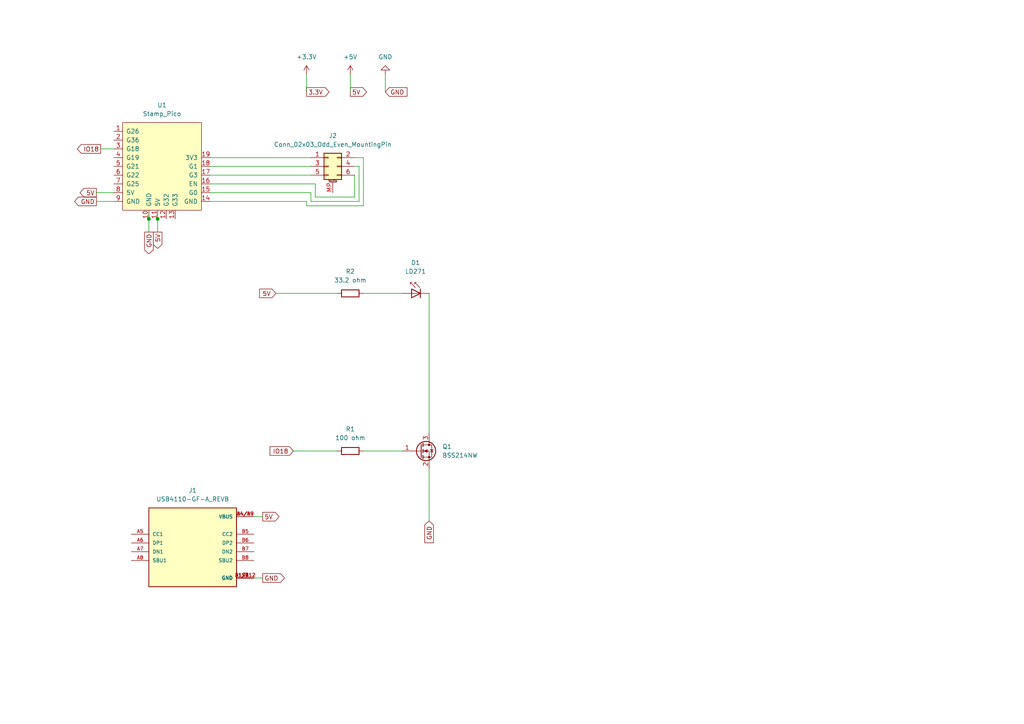
<source format=kicad_sch>
(kicad_sch (version 20211123) (generator eeschema)
  (paper "A4")
  (title_block (title "Airco") (date "12-10-2022") (rev "v1.0") (company "LumiGuide"))
  (lib_symbols
    (symbol "Connector_Generic_MountingPin:Conn_02x03_Odd_Even_MountingPin" (pin_names (offset 1.016) hide)
      (property "Reference" "J" (at 1.27 5.08 0))
      (property "Value" "Conn_02x03_Odd_Even_MountingPin" (at 2.54 -5.08 0))
      (symbol "Conn_02x03_Odd_Even_MountingPin_1_1"
        (rectangle (start -1.27 -2.413) (end 0 -2.667) (stroke (width 0.1524)))
        (rectangle (start -1.27 0.127) (end 0 -0.127) (stroke (width 0.1524)))
        (rectangle (start -1.27 2.667) (end 0 2.413) (stroke (width 0.1524)))
        (rectangle (start -1.27 3.81) (end 3.81 -3.81) (stroke (width 0.254)) (fill (type background)))
        (polyline (pts (xy 0.254 -4.572) (xy 2.286 -4.572)) (stroke (width 0.1524)))
        (rectangle (start 3.81 -2.413) (end 2.54 -2.667) (stroke (width 0.1524)))
        (rectangle (start 3.81 0.127) (end 2.54 -0.127) (stroke (width 0.1524)))
        (rectangle (start 3.81 2.667) (end 2.54 2.413) (stroke (width 0.1524)))
        (text "Mounting" (at 1.27 -4.191 0) (effects (font (size 0.381 0.381))))
        (pin passive line (at -5.08 2.54 0) (length 3.81) (name "Pin_1") (number "1"))
        (pin passive line (at 7.62 2.54 180) (length 3.81) (name "Pin_2") (number "2"))
        (pin passive line (at -5.08 0 0) (length 3.81) (name "Pin_3") (number "3"))
        (pin passive line (at 7.62 0 180) (length 3.81) (name "Pin_4") (number "4"))
        (pin passive line (at -5.08 -2.54 0) (length 3.81) (name "Pin_5") (number "5"))
        (pin passive line (at 7.62 -2.54 180) (length 3.81) (name "Pin_6") (number "6"))
        (pin passive line (at 1.27 -7.62 90) (length 3.048) (name "MountPin") (number "MP"))
      )
    )
    (symbol "Device:R" (pin_numbers hide) (pin_names (offset 0))
      (property "Reference" "R" (at 2.032 0 90))
      (property "Value" "R" (at 0 0 90))
      (symbol "R_0_1"
        (rectangle (start -1.016 -2.54) (end 1.016 2.54) (stroke (width 0.254)))
      )
      (symbol "R_1_1"
        (pin passive line (at 0 3.81 270) (length 1.27) (name "~") (number "1"))
        (pin passive line (at 0 -3.81 90) (length 1.27) (name "~") (number "2"))
      )
    )
    (symbol "LED:LD271" (pin_numbers hide) (pin_names (offset 1.016) hide)
      (property "Reference" "D" (at 0.508 1.778 0))
      (property "Value" "LD271" (at -1.016 -2.794 0))
      (symbol "LD271_0_1"
        (polyline (pts (xy -2.54 1.27) (xy -2.54 -1.27)) (stroke (width 0.254)))
        (polyline (pts (xy 0 0) (xy -2.54 0)))
        (polyline (pts (xy 0.381 3.175) (xy -0.127 3.175)))
        (polyline (pts (xy -1.143 1.651) (xy 0.381 3.175) (xy 0.381 2.667)))
        (polyline (pts (xy 0 -1.27) (xy -2.54 0) (xy 0 1.27) (xy 0 -1.27)) (stroke (width 0.254)))
        (polyline (pts (xy -2.413 1.651) (xy -0.889 3.175) (xy -0.889 2.667) (xy -0.889 3.175) (xy -1.397 3.175)))
      )
      (symbol "LD271_1_1"
        (pin passive line (at -5.08 0 0) (length 2.54) (name "K") (number "1"))
        (pin passive line (at 2.54 0 180) (length 2.54) (name "A") (number "2"))
      )
    )
    (symbol "StampPico_template:Stamp_Pico" (pin_names (offset 1.016))
      (property "Reference" "U" (at -10.16 16.51 0))
      (property "Value" "Stamp_Pico" (at -5.08 13.97 0))
      (symbol "Stamp_Pico_0_1"
        (rectangle (start -11.43 12.7) (end 11.43 -12.7) (fill (type background)))
      )
      (symbol "Stamp_Pico_1_1"
        (pin bidirectional line (at -13.97 10.16 0) (length 2.54) (name "G26") (number "1"))
        (pin power_in line (at -3.81 -15.24 90) (length 2.54) (name "GND") (number "10"))
        (pin power_in line (at -1.27 -15.24 90) (length 2.54) (name "5V") (number "11"))
        (pin bidirectional line (at 1.27 -15.24 90) (length 2.54) (name "G32") (number "12"))
        (pin bidirectional line (at 3.81 -15.24 90) (length 2.54) (name "G33") (number "13"))
        (pin power_in line (at 13.97 -10.16 180) (length 2.54) (name "GND") (number "14"))
        (pin bidirectional line (at 13.97 -7.62 180) (length 2.54) (name "G0") (number "15"))
        (pin bidirectional line (at 13.97 -5.08 180) (length 2.54) (name "EN") (number "16"))
        (pin bidirectional line (at 13.97 -2.54 180) (length 2.54) (name "G3") (number "17"))
        (pin bidirectional line (at 13.97 0 180) (length 2.54) (name "G1") (number "18"))
        (pin power_in line (at 13.97 2.54 180) (length 2.54) (name "3V3") (number "19"))
        (pin bidirectional line (at -13.97 7.62 0) (length 2.54) (name "G36") (number "2"))
        (pin bidirectional line (at -13.97 5.08 0) (length 2.54) (name "G18") (number "3"))
        (pin bidirectional line (at -13.97 2.54 0) (length 2.54) (name "G19") (number "4"))
        (pin bidirectional line (at -13.97 0 0) (length 2.54) (name "G21") (number "5"))
        (pin bidirectional line (at -13.97 -2.54 0) (length 2.54) (name "G22") (number "6"))
        (pin bidirectional line (at -13.97 -5.08 0) (length 2.54) (name "G25") (number "7"))
        (pin power_in line (at -13.97 -7.62 0) (length 2.54) (name "5V") (number "8"))
        (pin power_in line (at -13.97 -10.16 0) (length 2.54) (name "GND") (number "9"))
      )
    )
    (symbol "Transistor_FET:BSS214NW" (pin_names hide)
      (property "Reference" "Q" (at 5.08 1.905 0))
      (property "Value" "BSS214NW" (at 5.08 0 0))
      (symbol "BSS214NW_0_1"
        (polyline (pts (xy 0.254 0) (xy -2.54 0)))
        (polyline (pts (xy 0.254 1.905) (xy 0.254 -1.905)) (stroke (width 0.254)))
        (polyline (pts (xy 0.762 -1.27) (xy 0.762 -2.286)) (stroke (width 0.254)))
        (polyline (pts (xy 0.762 0.508) (xy 0.762 -0.508)) (stroke (width 0.254)))
        (polyline (pts (xy 0.762 2.286) (xy 0.762 1.27)) (stroke (width 0.254)))
        (polyline (pts (xy 2.54 2.54) (xy 2.54 1.778)))
        (polyline (pts (xy 2.54 -2.54) (xy 2.54 0) (xy 0.762 0)))
        (polyline (pts (xy 0.762 -1.778) (xy 3.302 -1.778) (xy 3.302 1.778) (xy 0.762 1.778)))
        (polyline (pts (xy 1.016 0) (xy 2.032 0.381) (xy 2.032 -0.381) (xy 1.016 0)) (fill (type outline)))
        (polyline (pts (xy 2.794 0.508) (xy 2.921 0.381) (xy 3.683 0.381) (xy 3.81 0.254)))
        (polyline (pts (xy 3.302 0.381) (xy 2.921 -0.254) (xy 3.683 -0.254) (xy 3.302 0.381)))
        (circle (center 1.651 0) (radius 2.794) (stroke (width 0.254)))
        (circle (center 2.54 -1.778) (radius 0.254) (fill (type outline)))
        (circle (center 2.54 1.778) (radius 0.254) (fill (type outline)))
      )
      (symbol "BSS214NW_1_1"
        (pin input line (at -5.08 0 0) (length 2.54) (name "G") (number "1"))
        (pin passive line (at 2.54 -5.08 90) (length 2.54) (name "S") (number "2"))
        (pin passive line (at 2.54 5.08 270) (length 2.54) (name "D") (number "3"))
      )
    )
    (symbol "USB4110-GF-A_REVB:USB4110-GF-A_REVB" (pin_names (offset 1.016))
      (property "Reference" "J" (at -12.7 11.43 0))
      (property "Value" "USB4110-GF-A_REVB" (at -12.7 -15.24 0))
      (symbol "USB4110-GF-A_REVB_0_0"
        (rectangle (start -12.7 -12.7) (end 12.7 10.16) (stroke (width 0.254)) (fill (type background)))
        (pin power_in line (at 17.78 -10.16 180) (length 5.08) (name "GND") (number "A1/B12"))
        (pin power_in line (at 17.78 7.62 180) (length 5.08) (name "VBUS") (number "A4/B9"))
        (pin bidirectional line (at -17.78 2.54 0) (length 5.08) (name "CC1") (number "A5"))
        (pin bidirectional line (at -17.78 0 0) (length 5.08) (name "DP1") (number "A6"))
        (pin bidirectional line (at -17.78 -2.54 0) (length 5.08) (name "DN1") (number "A7"))
        (pin bidirectional line (at -17.78 -5.08 0) (length 5.08) (name "SBU1") (number "A8"))
        (pin power_in line (at 17.78 -10.16 180) (length 5.08) (name "GND") (number "B1/A12"))
        (pin power_in line (at 17.78 7.62 180) (length 5.08) (name "VBUS") (number "B4/A9"))
        (pin bidirectional line (at 17.78 2.54 180) (length 5.08) (name "CC2") (number "B5"))
        (pin bidirectional line (at 17.78 0 180) (length 5.08) (name "DP2") (number "B6"))
        (pin bidirectional line (at 17.78 -2.54 180) (length 5.08) (name "DN2") (number "B7"))
        (pin bidirectional line (at 17.78 -5.08 180) (length 5.08) (name "SBU2") (number "B8"))
        (pin power_in line (at 17.78 -10.16 180) (length 5.08) (name "GND") (number "S1"))
        (pin power_in line (at 17.78 -10.16 180) (length 5.08) (name "GND") (number "S2"))
        (pin power_in line (at 17.78 -10.16 180) (length 5.08) (name "GND") (number "S3"))
        (pin power_in line (at 17.78 -10.16 180) (length 5.08) (name "GND") (number "S4"))
      )
    )
    (symbol "power:+3.3V" (power) (pin_names (offset 0))
      (property "Value" "+3.3V" (at 0 3.556 0))
      (symbol "+3.3V_0_1"
        (polyline (pts (xy -0.762 1.27) (xy 0 2.54)))
        (polyline (pts (xy 0 0) (xy 0 2.54)))
        (polyline (pts (xy 0 2.54) (xy 0.762 1.27)))
      )
      (symbol "+3.3V_1_1"
        (pin power_in line (at 0 0 90) (length 0) hide (name "+3.3V") (number "1"))
      )
    )
    (symbol "power:+5V" (power) (pin_names (offset 0))
      (property "Value" "+5V" (at 0 3.556 0))
      (symbol "+5V_0_1"
        (polyline (pts (xy -0.762 1.27) (xy 0 2.54)))
        (polyline (pts (xy 0 0) (xy 0 2.54)))
        (polyline (pts (xy 0 2.54) (xy 0.762 1.27)))
      )
      (symbol "+5V_1_1"
        (pin power_in line (at 0 0 90) (length 0) hide (name "+5V") (number "1"))
      )
    )
    (symbol "power:GND" (power) (pin_names (offset 0))
      (property "Value" "GND" (at 0 -3.81 0))
      (symbol "GND_0_1"
        (polyline (pts (xy 0 0) (xy 0 -1.27) (xy 1.27 -1.27) (xy 0 -2.54) (xy -1.27 -1.27) (xy 0 -1.27)))
      )
      (symbol "GND_1_1"
        (pin power_in line (at 0 0 270) (length 0) hide (name "GND") (number "1"))
      )
    )
  )
  (junction (at 43.18 63.5))
  (junction (at 45.72 63.5))
  (wire (pts (xy 124.46 135.89) (xy 124.46 151.13)))
  (wire (pts (xy 60.96 58.42) (xy 88.9 58.42)))
  (wire (pts (xy 88.9 59.69) (xy 105.41 59.69)))
  (wire (pts (xy 60.96 45.72) (xy 90.17 45.72)))
  (wire (pts (xy 104.14 58.42) (xy 104.14 48.26)))
  (wire (pts (xy 88.9 58.42) (xy 88.9 59.69)))
  (wire (pts (xy 60.96 55.88) (xy 90.17 55.88)))
  (wire (pts (xy 27.94 55.88) (xy 33.02 55.88)))
  (wire (pts (xy 80.01 85.09) (xy 97.79 85.09)))
  (wire (pts (xy 111.76 26.67) (xy 111.76 21.59)))
  (wire (pts (xy 91.44 53.34) (xy 91.44 57.15)))
  (wire (pts (xy 90.17 55.88) (xy 90.17 58.42)))
  (wire (pts (xy 105.41 85.09) (xy 116.84 85.09)))
  (wire (pts (xy 60.96 48.26) (xy 90.17 48.26)))
  (wire (pts (xy 45.72 62.23) (xy 45.72 63.5)))
  (wire (pts (xy 105.41 59.69) (xy 105.41 45.72)))
  (wire (pts (xy 29.21 43.18) (xy 33.02 43.18)))
  (wire (pts (xy 88.9 21.59) (xy 88.9 26.67)))
  (wire (pts (xy 91.44 57.15) (xy 102.87 57.15)))
  (wire (pts (xy 45.72 63.5) (xy 45.72 67.31)))
  (wire (pts (xy 85.09 130.81) (xy 97.79 130.81)))
  (wire (pts (xy 27.94 58.42) (xy 33.02 58.42)))
  (wire (pts (xy 105.41 130.81) (xy 116.84 130.81)))
  (wire (pts (xy 124.46 85.09) (xy 124.46 125.73)))
  (wire (pts (xy 73.66 149.86) (xy 76.2 149.86)))
  (wire (pts (xy 60.96 53.34) (xy 91.44 53.34)))
  (wire (pts (xy 60.96 50.8) (xy 90.17 50.8)))
  (wire (pts (xy 102.87 45.72) (xy 105.41 45.72)))
  (wire (pts (xy 101.6 21.59) (xy 101.6 26.67)))
  (wire (pts (xy 43.18 63.5) (xy 43.18 67.31)))
  (wire (pts (xy 73.66 167.64) (xy 76.2 167.64)))
  (wire (pts (xy 43.18 62.23) (xy 43.18 63.5)))
  (wire (pts (xy 102.87 50.8) (xy 102.87 57.15)))
  (wire (pts (xy 90.17 58.42) (xy 104.14 58.42)))
  (wire (pts (xy 102.87 48.26) (xy 104.14 48.26)))
  (global_label "5V" (shape output) (at 45.72 67.31 270) (property "Intersheet References" "${INTERSHEET_REFS}" (effects hide)))
  (global_label "5V" (shape output) (at 101.6 26.67 0) (property "Intersheet References" "${INTERSHEET_REFS}" (effects hide)))
  (global_label "GND" (shape input) (at 111.76 26.67 0) (property "Intersheet References" "${INTERSHEET_REFS}" (effects hide)))
  (global_label "5V" (shape output) (at 27.94 55.88 180) (property "Intersheet References" "${INTERSHEET_REFS}" (effects hide)))
  (global_label "3.3V" (shape output) (at 88.9 26.67 0) (property "Intersheet References" "${INTERSHEET_REFS}" (effects hide)))
  (global_label "GND" (shape input) (at 124.46 151.13 270) (property "Intersheet References" "${INTERSHEET_REFS}" (effects hide)))
  (global_label "GND" (shape output) (at 27.94 58.42 180) (property "Intersheet References" "${INTERSHEET_REFS}" (effects hide)))
  (global_label "GND" (shape output) (at 76.2 167.64 0) (property "Intersheet References" "${INTERSHEET_REFS}" (effects hide)))
  (global_label "5V" (shape input) (at 80.01 85.09 180) (property "Intersheet References" "${INTERSHEET_REFS}" (effects hide)))
  (global_label "IO18" (shape input) (at 85.09 130.81 180) (property "Intersheet References" "${INTERSHEET_REFS}" (effects hide)))
  (global_label "GND" (shape output) (at 43.18 67.31 270) (property "Intersheet References" "${INTERSHEET_REFS}" (effects hide)))
  (global_label "5V" (shape output) (at 76.2 149.86 0) (property "Intersheet References" "${INTERSHEET_REFS}" (effects hide)))
  (global_label "IO18" (shape output) (at 29.21 43.18 180) (property "Intersheet References" "${INTERSHEET_REFS}" (effects hide)))
  (symbol (lib_id "Device:R") (at 101.6 130.81 270) (unit 1)
    (property "Reference" "R1" (at 101.6 124.46 90))
    (property "Value" "100 ohm" (at 101.6 127 90))
    (property "Footprint" "Resistor_SMD:R_0603_1608Metric" (effects hide))
    (property "Datasheet" "https://www.yageo.com/upload/media/product/productsearch/datasheet/rchip/PYu-RC_Group_51_RoHS_L_12.pdf" (effects hide))
    (property "Link" "https://www.digikey.nl/nl/products/detail/yageo/RC0603FR-07100RL/726888" (effects hide))
  )
  (symbol (lib_id "power:+5V") (at 101.6 21.59 0) (unit 1)
    (property "Reference" "#PWR0103" (effects hide))
    (property "Value" "+5V" (at 101.6 16.51 0))
  )
  (symbol (lib_id "USB4110-GF-A_REVB:USB4110-GF-A_REVB") (at 55.88 157.48 0) (unit 1)
    (property "Reference" "J1" (at 55.88 142.24 0))
    (property "Value" "USB4110-GF-A_REVB" (at 55.88 144.78 0))
    (property "Footprint" "GCT_USB4110-GF-A_REVB" (effects hide))
    (property "Datasheet" "https://gct.co/files/drawings/usb4110.pdf" (effects hide))
    (property "STANDARD" "Manufacturer Recommendations" (effects hide))
    (property "MANUFACTURER" "GCT" (effects hide))
    (property "MAXIMUM_PACKAGE_HEIGHT" "3.26 mm" (effects hide))
    (property "PARTREV" "B" (effects hide))
    (property "Link" "https://www.digikey.nl/nl/products/detail/gct/USB4110-GF-A/10384547" (effects hide))
  )
  (symbol (lib_id "LED:LD271") (at 119.38 85.09 0) (mirror y) (unit 1)
    (property "Reference" "D1" (at 120.523 76.2 0))
    (property "Value" "LD271" (at 120.523 78.74 0))
    (property "Footprint" "LED_THT:LED_D5.0mm_IRGrey" (effects hide))
    (property "Datasheet" "http://www.alliedelec.com/m/d/40788c34903a719969df15f1fbea1056.pdf" (effects hide))
  )
  (symbol (lib_id "power:+3.3V") (at 88.9 21.59 0) (unit 1)
    (property "Reference" "#PWR0101" (effects hide))
    (property "Value" "+3.3V" (at 88.9 16.51 0))
  )
  (symbol (lib_id "power:GND") (at 111.76 21.59 0) (mirror x) (unit 1)
    (property "Reference" "#PWR0102" (effects hide))
    (property "Value" "GND" (at 111.76 16.51 0))
  )
  (symbol (lib_id "Device:R") (at 101.6 85.09 270) (unit 1)
    (property "Reference" "R2" (at 101.6 78.74 90))
    (property "Value" "33.2 ohm" (at 101.6 81.28 90))
    (property "Footprint" "Resistor_SMD:R_0603_1608Metric" (effects hide))
    (property "Datasheet" "https://www.vishay.com/docs/20043/crcwhpe3.pdf" (effects hide))
    (property "Link" "https://www.digikey.nl/nl/products/detail/vishay-dale/CRCW060333R2FKEAHP/2222239" (effects hide))
  )
  (symbol (lib_id "StampPico_template:Stamp_Pico") (at 46.99 48.26 0) (unit 1)
    (property "Reference" "U1" (at 46.99 30.48 0))
    (property "Value" "Stamp_Pico" (at 46.99 33.02 0))
    (property "Footprint" "fa603e63f9aa0e06760f68fa7b63b726-43bf3e6480359f64eb3430bd220fdd2fb23b2790:StampPico_template" (effects hide))
  )
  (symbol (lib_id "Connector_Generic_MountingPin:Conn_02x03_Odd_Even_MountingPin") (at 95.25 48.26 0) (unit 1)
    (property "Reference" "J2" (at 96.52 39.37 0))
    (property "Value" "Conn_02x03_Odd_Even_MountingPin" (at 96.52 41.91 0))
    (property "Footprint" "Connector_PinHeader_1.00mm:PinHeader_2x03_P1.00mm_Vertical" (effects hide))
  )
  (symbol (lib_id "Transistor_FET:BSS214NW") (at 121.92 130.81 0) (unit 1)
    (property "Reference" "Q1" (at 128.27 129.5399 0) (effects (justify left)))
    (property "Value" "BSS214NW" (at 128.27 132.0799 0) (effects (justify left)))
    (property "Footprint" "Package_TO_SOT_SMD:SOT-323_SC-70" (effects hide))
    (property "Datasheet" "https://www.infineon.com/dgdl/Infineon-BSS214NW-DS-v02_02-en.pdf?fileId=db3a30431b3e89eb011b695aebc01bde" (effects hide))
    (property "Link" "https://www.digikey.nl/nl/products/detail/infineon-technologies/BSS214NWH6327XTSA1/5959965https://www.digikey.nl/nl/products/detail/infineon-technologies/BSS214NWH6327XTSA1/5959965" (effects hide))
  )
)
</source>
